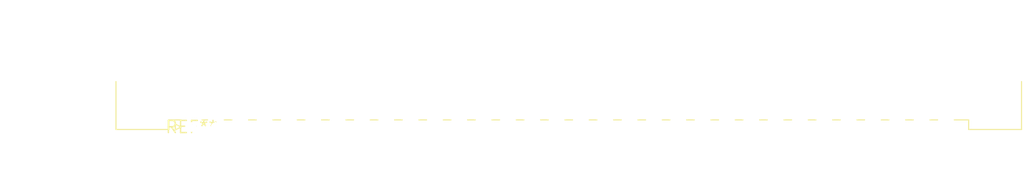
<source format=kicad_pcb>
(kicad_pcb (version 20240108) (generator pcbnew)
  (layers (0 "F.Cu" signal) (31 "B.Cu" signal) (34 "B.Paste" user) (35 "F.Paste" user) (36 "B.SilkS" user "B.Silkscreen") (37 "F.SilkS" user "F.Silkscreen") (38 "B.Mask" user) (39 "F.Mask" user) (44 "Edge.Cuts" user))
  (net 0 "")
  (footprint "DIN41612_R_2x32_Female_Horizontal_THT" (layer "F.Cu") (at 0 0)
    (property "Reference" "REF**")
    (property "Value" "DIN41612_R_2x32_Female_Horizontal_THT")
    (fp_line (start -7.89 -4.74) (end -7.89 0.26) (layer "F.SilkS") (stroke (width 0.12)))
    (fp_line (start -7.89 0.26) (end -2.37 0.26) (layer "F.SilkS") (stroke (width 0.12)))
    (fp_line (start -2.371 -0.74) (end -1.095 -0.74) (layer "F.SilkS") (stroke (width 0.12)))
    (fp_line (start -2.37 0.26) (end -2.37 -0.74) (layer "F.SilkS") (stroke (width 0.12)))
    (fp_line (start -1.695 -0.3) (end -1.695 0.3) (layer "F.SilkS") (stroke (width 0.12)))
    (fp_line (start -1.695 0.3) (end -1.095 0) (layer "F.SilkS") (stroke (width 0.12)))
    (fp_line (start -1.095 0) (end -1.695 -0.3) (layer "F.SilkS") (stroke (width 0.12)))
    (fp_line (start 1.095 -0.74) (end 1.671 -0.74) (layer "F.SilkS") (stroke (width 0.12)))
    (fp_line (start 3.41 -0.74) (end 4.211 -0.74) (layer "F.SilkS") (stroke (width 0.12)))
    (fp_line (start 5.95 -0.74) (end 6.751 -0.74) (layer "F.SilkS") (stroke (width 0.12)))
    (fp_line (start 8.49 -0.74) (end 9.291 -0.74) (layer "F.SilkS") (stroke (width 0.12)))
    (fp_line (start 11.03 -0.74) (end 11.831 -0.74) (layer "F.SilkS") (stroke (width 0.12)))
    (fp_line (start 13.57 -0.74) (end 14.371 -0.74) (layer "F.SilkS") (stroke (width 0.12)))
    (fp_line (start 16.11 -0.74) (end 16.911 -0.74) (layer "F.SilkS") (stroke (width 0.12)))
    (fp_line (start 18.65 -0.74) (end 19.451 -0.74) (layer "F.SilkS") (stroke (width 0.12)))
    (fp_line (start 21.19 -0.74) (end 21.991 -0.74) (layer "F.SilkS") (stroke (width 0.12)))
    (fp_line (start 23.73 -0.74) (end 24.531 -0.74) (layer "F.SilkS") (stroke (width 0.12)))
    (fp_line (start 26.27 -0.74) (end 27.071 -0.74) (layer "F.SilkS") (stroke (width 0.12)))
    (fp_line (start 28.81 -0.74) (end 29.611 -0.74) (layer "F.SilkS") (stroke (width 0.12)))
    (fp_line (start 31.35 -0.74) (end 32.151 -0.74) (layer "F.SilkS") (stroke (width 0.12)))
    (fp_line (start 33.89 -0.74) (end 34.691 -0.74) (layer "F.SilkS") (stroke (width 0.12)))
    (fp_line (start 36.43 -0.74) (end 37.231 -0.74) (layer "F.SilkS") (stroke (width 0.12)))
    (fp_line (start 38.97 -0.74) (end 39.771 -0.74) (layer "F.SilkS") (stroke (width 0.12)))
    (fp_line (start 41.51 -0.74) (end 42.311 -0.74) (layer "F.SilkS") (stroke (width 0.12)))
    (fp_line (start 44.05 -0.74) (end 44.851 -0.74) (layer "F.SilkS") (stroke (width 0.12)))
    (fp_line (start 46.59 -0.74) (end 47.391 -0.74) (layer "F.SilkS") (stroke (width 0.12)))
    (fp_line (start 49.13 -0.74) (end 49.931 -0.74) (layer "F.SilkS") (stroke (width 0.12)))
    (fp_line (start 51.67 -0.74) (end 52.471 -0.74) (layer "F.SilkS") (stroke (width 0.12)))
    (fp_line (start 54.21 -0.74) (end 55.011 -0.74) (layer "F.SilkS") (stroke (width 0.12)))
    (fp_line (start 56.75 -0.74) (end 57.551 -0.74) (layer "F.SilkS") (stroke (width 0.12)))
    (fp_line (start 59.29 -0.74) (end 60.091 -0.74) (layer "F.SilkS") (stroke (width 0.12)))
    (fp_line (start 61.83 -0.74) (end 62.631 -0.74) (layer "F.SilkS") (stroke (width 0.12)))
    (fp_line (start 64.37 -0.74) (end 65.171 -0.74) (layer "F.SilkS") (stroke (width 0.12)))
    (fp_line (start 66.91 -0.74) (end 67.711 -0.74) (layer "F.SilkS") (stroke (width 0.12)))
    (fp_line (start 69.45 -0.74) (end 70.251 -0.74) (layer "F.SilkS") (stroke (width 0.12)))
    (fp_line (start 71.99 -0.74) (end 72.791 -0.74) (layer "F.SilkS") (stroke (width 0.12)))
    (fp_line (start 74.53 -0.74) (end 75.331 -0.74) (layer "F.SilkS") (stroke (width 0.12)))
    (fp_line (start 77.07 -0.74) (end 77.871 -0.74) (layer "F.SilkS") (stroke (width 0.12)))
    (fp_line (start 79.61 -0.74) (end 81.11 -0.74) (layer "F.SilkS") (stroke (width 0.12)))
    (fp_line (start 81.11 0.26) (end 81.11 -0.74) (layer "F.SilkS") (stroke (width 0.12)))
    (fp_line (start 86.63 -4.74) (end 86.63 0.26) (layer "F.SilkS") (stroke (width 0.12)))
    (fp_line (start 86.63 0.26) (end 81.11 0.26) (layer "F.SilkS") (stroke (width 0.12)))
    (pad "" np_thru_hole circle (at -5.08 -2.54) (size 2.85 2.85) (drill 2.85) (layers *.Cu *.Mask))
    (pad "" np_thru_hole circle (at 83.82 -2.54) (size 2.85 2.85) (drill 2.85) (layers *.Cu *.Mask))
    (pad "a1" thru_hole roundrect (at 0 0) (size 1.55 1.55) (drill 1) (layers *.Cu *.Mask) (remove_unused_layers) (roundrect_rratio 0.16129))
    (pad "a2" thru_hole circle (at 2.54 0) (size 1.55 1.55) (drill 1) (layers *.Cu *.Mask) (remove_unused_layers))
    (pad "a3" thru_hole circle (at 5.08 0) (size 1.55 1.55) (drill 1) (layers *.Cu *.Mask) (remove_unused_layers))
    (pad "a4" thru_hole circle (at 7.62 0) (size 1.55 1.55) (drill 1) (layers *.Cu *.Mask) (remove_unused_layers))
    (pad "a5" thru_hole circle (at 10.16 0) (size 1.55 1.55) (drill 1) (layers *.Cu *.Mask) (remove_unused_layers))
    (pad "a6" thru_hole circle (at 12.7 0) (size 1.55 1.55) (drill 1) (layers *.Cu *.Mask) (remove_unused_layers))
    (pad "a7" thru_hole circle (at 15.24 0) (size 1.55 1.55) (drill 1) (layers *.Cu *.Mask) (remove_unused_layers))
    (pad "a8" thru_hole circle (at 17.78 0) (size 1.55 1.55) (drill 1) (layers *.Cu *.Mask) (remove_unused_layers))
    (pad "a9" thru_hole circle (at 20.32 0) (size 1.55 1.55) (drill 1) (layers *.Cu *.Mask) (remove_unused_layers))
    (pad "a10" thru_hole circle (at 22.86 0) (size 1.55 1.55) (drill 1) (layers *.Cu *.Mask) (remove_unused_layers))
    (pad "a11" thru_hole circle (at 25.4 0) (size 1.55 1.55) (drill 1) (layers *.Cu *.Mask) (remove_unused_layers))
    (pad "a12" thru_hole circle (at 27.94 0) (size 1.55 1.55) (drill 1) (layers *.Cu *.Mask) (remove_unused_layers))
    (pad "a13" thru_hole circle (at 30.48 0) (size 1.55 1.55) (drill 1) (layers *.Cu *.Mask) (remove_unused_layers))
    (pad "a14" thru_hole circle (at 33.02 0) (size 1.55 1.55) (drill 1) (layers *.Cu *.Mask) (remove_unused_layers))
    (pad "a15" thru_hole circle (at 35.56 0) (size 1.55 1.55) (drill 1) (layers *.Cu *.Mask) (remove_unused_layers))
    (pad "a16" thru_hole circle (at 38.1 0) (size 1.55 1.55) (drill 1) (layers *.Cu *.Mask) (remove_unused_layers))
    (pad "a17" thru_hole circle (at 40.64 0) (size 1.55 1.55) (drill 1) (layers *.Cu *.Mask) (remove_unused_layers))
    (pad "a18" thru_hole circle (at 43.18 0) (size 1.55 1.55) (drill 1) (layers *.Cu *.Mask) (remove_unused_layers))
    (pad "a19" thru_hole circle (at 45.72 0) (size 1.55 1.55) (drill 1) (layers *.Cu *.Mask) (remove_unused_layers))
    (pad "a20" thru_hole circle (at 48.26 0) (size 1.55 1.55) (drill 1) (layers *.Cu *.Mask) (remove_unused_layers))
    (pad "a21" thru_hole circle (at 50.8 0) (size 1.55 1.55) (drill 1) (layers *.Cu *.Mask) (remove_unused_layers))
    (pad "a22" thru_hole circle (at 53.34 0) (size 1.55 1.55) (drill 1) (layers *.Cu *.Mask) (remove_unused_layers))
    (pad "a23" thru_hole circle (at 55.88 0) (size 1.55 1.55) (drill 1) (layers *.Cu *.Mask) (remove_unused_layers))
    (pad "a24" thru_hole circle (at 58.42 0) (size 1.55 1.55) (drill 1) (layers *.Cu *.Mask) (remove_unused_layers))
    (pad "a25" thru_hole circle (at 60.96 0) (size 1.55 1.55) (drill 1) (layers *.Cu *.Mask) (remove_unused_layers))
    (pad "a26" thru_hole circle (at 63.5 0) (size 1.55 1.55) (drill 1) (layers *.Cu *.Mask) (remove_unused_layers))
    (pad "a27" thru_hole circle (at 66.04 0) (size 1.55 1.55) (drill 1) (layers *.Cu *.Mask) (remove_unused_layers))
    (pad "a28" thru_hole circle (at 68.58 0) (size 1.55 1.55) (drill 1) (layers *.Cu *.Mask) (remove_unused_layers))
    (pad "a29" thru_hole circle (at 71.12 0) (size 1.55 1.55) (drill 1) (layers *.Cu *.Mask) (remove_unused_layers))
    (pad "a30" thru_hole circle (at 73.66 0) (size 1.55 1.55) (drill 1) (layers *.Cu *.Mask) (remove_unused_layers))
    (pad "a31" thru_hole circle (at 76.2 0) (size 1.55 1.55) (drill 1) (layers *.Cu *.Mask) (remove_unused_layers))
    (pad "a32" thru_hole circle (at 78.74 0) (size 1.55 1.55) (drill 1) (layers *.Cu *.Mask) (remove_unused_layers))
    (pad "c1" thru_hole circle (at 0 5.08) (size 1.55 1.55) (drill 1) (layers *.Cu *.Mask) (remove_unused_layers))
    (pad "c2" thru_hole circle (at 2.54 5.08) (size 1.55 1.55) (drill 1) (layers *.Cu *.Mask) (remove_unused_layers))
    (pad "c3" thru_hole circle (at 5.08 5.08) (size 1.55 1.55) (drill 1) (layers *.Cu *.Mask) (remove_unused_layers))
    (pad "c4" thru_hole circle (at 7.62 5.08) (size 1.55 1.55) (drill 1) (layers *.Cu *.Mask) (remove_unused_layers))
    (pad "c5" thru_hole circle (at 10.16 5.08) (size 1.55 1.55) (drill 1) (layers *.Cu *.Mask) (remove_unused_layers))
    (pad "c6" thru_hole circle (at 12.7 5.08) (size 1.55 1.55) (drill 1) (layers *.Cu *.Mask) (remove_unused_layers))
    (pad "c7" thru_hole circle (at 15.24 5.08) (size 1.55 1.55) (drill 1) (layers *.Cu *.Mask) (remove_unused_layers))
    (pad "c8" thru_hole circle (at 17.78 5.08) (size 1.55 1.55) (drill 1) (layers *.Cu *.Mask) (remove_unused_layers))
    (pad "c9" thru_hole circle (at 20.32 5.08) (size 1.55 1.55) (drill 1) (layers *.Cu *.Mask) (remove_unused_layers))
    (pad "c10" thru_hole circle (at 22.86 5.08) (size 1.55 1.55) (drill 1) (layers *.Cu *.Mask) (remove_unused_layers))
    (pad "c11" thru_hole circle (at 25.4 5.08) (size 1.55 1.55) (drill 1) (layers *.Cu *.Mask) (remove_unused_layers))
    (pad "c12" thru_hole circle (at 27.94 5.08) (size 1.55 1.55) (drill 1) (layers *.Cu *.Mask) (remove_unused_layers))
    (pad "c13" thru_hole circle (at 30.48 5.08) (size 1.55 1.55) (drill 1) (layers *.Cu *.Mask) (remove_unused_layers))
    (pad "c14" thru_hole circle (at 33.02 5.08) (size 1.55 1.55) (drill 1) (layers *.Cu *.Mask) (remove_unused_layers))
    (pad "c15" thru_hole circle (at 35.56 5.08) (size 1.55 1.55) (drill 1) (layers *.Cu *.Mask) (remove_unused_layers))
    (pad "c16" thru_hole circle (at 38.1 5.08) (size 1.55 1.55) (drill 1) (layers *.Cu *.Mask) (remove_unused_layers))
    (pad "c17" thru_hole circle (at 40.64 5.08) (size 1.55 1.55) (drill 1) (layers *.Cu *.Mask) (remove_unused_layers))
    (pad "c18" thru_hole circle (at 43.18 5.08) (size 1.55 1.55) (drill 1) (layers *.Cu *.Mask) (remove_unused_layers))
    (pad "c19" thru_hole circle (at 45.72 5.08) (size 1.55 1.55) (drill 1) (layers *.Cu *.Mask) (remove_unused_layers))
    (pad "c20" thru_hole circle (at 48.26 5.08) (size 1.55 1.55) (drill 1) (layers *.Cu *.Mask) (remove_unused_layers))
    (pad "c21" thru_hole circle (at 50.8 5.08) (size 1.55 1.55) (drill 1) (layers *.Cu *.Mask) (remove_unused_layers))
    (pad "c22" thru_hole circle (at 53.34 5.08) (size 1.55 1.55) (drill 1) (layers *.Cu *.Mask) (remove_unused_layers))
    (pad "c23" thru_hole circle (at 55.88 5.08) (size 1.55 1.55) (drill 1) (layers *.Cu *.Mask) (remove_unused_layers))
    (pad "c24" thru_hole circle (at 58.42 5.08) (size 1.55 1.55) (drill 1) (layers *.Cu *.Mask) (remove_unused_layers))
    (pad "c25" thru_hole circle (at 60.96 5.08) (size 1.55 1.55) (drill 1) (layers *.Cu *.Mask) (remove_unused_layers))
    (pad "c26" thru_hole circle (at 63.5 5.08) (size 1.55 1.55) (drill 1) (layers *.Cu *.Mask) (remove_unused_layers))
    (pad "c27" thru_hole circle (at 66.04 5.08) (size 1.55 1.55) (drill 1) (layers *.Cu *.Mask) (remove_unused_layers))
    (pad "c28" thru_hole circle (at 68.58 5.08) (size 1.55 1.55) (drill 1) (layers *.Cu *.Mask) (remove_unused_layers))
    (pad "c29" thru_hole circle (at 71.12 5.08) (size 1.55 1.55) (drill 1) (layers *.Cu *.Mask) (remove_unused_layers))
    (pad "c30" thru_hole circle (at 73.66 5.08) (size 1.55 1.55) (drill 1) (layers *.Cu *.Mask) (remove_unused_layers))
    (pad "c31" thru_hole circle (at 76.2 5.08) (size 1.55 1.55) (drill 1) (layers *.Cu *.Mask) (remove_unused_layers))
    (pad "c32" thru_hole circle (at 78.74 5.08) (size 1.55 1.55) (drill 1) (layers *.Cu *.Mask) (remove_unused_layers))
  )
)
</source>
